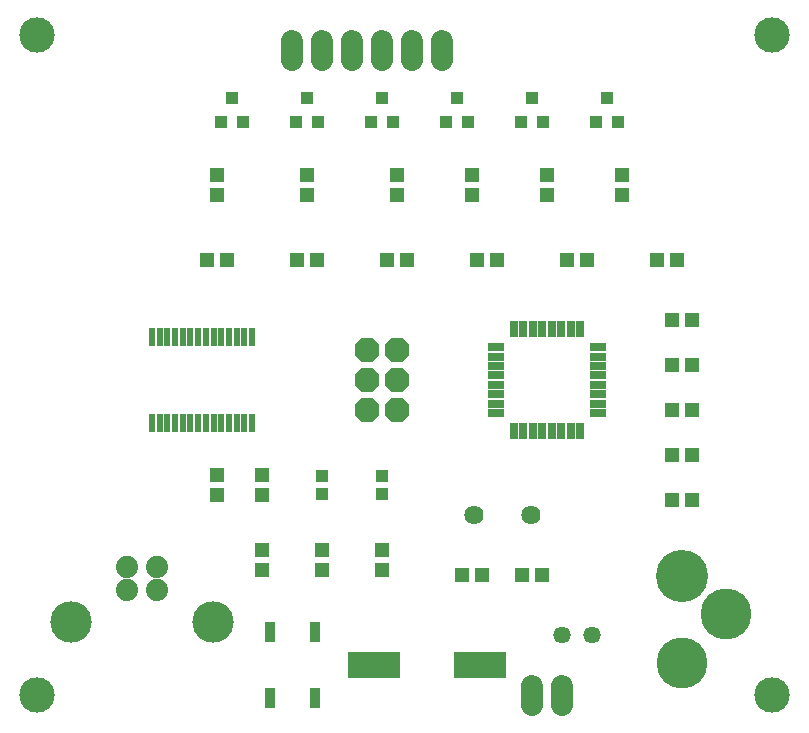
<source format=gts>
G75*
%MOIN*%
%OFA0B0*%
%FSLAX25Y25*%
%IPPOS*%
%LPD*%
%AMOC8*
5,1,8,0,0,1.08239X$1,22.5*
%
%ADD10C,0.11824*%
%ADD11R,0.05131X0.04737*%
%ADD12R,0.04737X0.05131*%
%ADD13C,0.05759*%
%ADD14OC8,0.08200*%
%ADD15C,0.17398*%
%ADD16C,0.17000*%
%ADD17C,0.07200*%
%ADD18R,0.03950X0.03950*%
%ADD19R,0.03800X0.06800*%
%ADD20R,0.03950X0.04343*%
%ADD21R,0.05800X0.03000*%
%ADD22R,0.03000X0.05800*%
%ADD23R,0.02170X0.06300*%
%ADD24C,0.07400*%
%ADD25C,0.13800*%
%ADD26C,0.06400*%
%ADD27R,0.17729X0.09068*%
D10*
X0011500Y0020000D03*
X0256500Y0020000D03*
X0256500Y0240000D03*
X0011500Y0240000D03*
D11*
X0068154Y0165000D03*
X0074846Y0165000D03*
X0098154Y0165000D03*
X0104846Y0165000D03*
X0128154Y0165000D03*
X0134846Y0165000D03*
X0158154Y0165000D03*
X0164846Y0165000D03*
X0188154Y0165000D03*
X0194846Y0165000D03*
X0218154Y0165000D03*
X0224846Y0165000D03*
X0223154Y0145000D03*
X0229846Y0145000D03*
X0229846Y0130000D03*
X0223154Y0130000D03*
X0223154Y0115000D03*
X0229846Y0115000D03*
X0229846Y0100000D03*
X0223154Y0100000D03*
X0223154Y0085000D03*
X0229846Y0085000D03*
X0179846Y0060000D03*
X0173154Y0060000D03*
X0159846Y0060000D03*
X0153154Y0060000D03*
D12*
X0126500Y0061654D03*
X0126500Y0068346D03*
X0106500Y0068346D03*
X0106500Y0061654D03*
X0086500Y0061654D03*
X0086500Y0068346D03*
X0086500Y0086654D03*
X0086500Y0093346D03*
X0071500Y0093346D03*
X0071500Y0086654D03*
X0071500Y0186654D03*
X0071500Y0193346D03*
X0101500Y0193346D03*
X0101500Y0186654D03*
X0131500Y0186654D03*
X0131500Y0193346D03*
X0156500Y0193346D03*
X0156500Y0186654D03*
X0181500Y0186654D03*
X0181500Y0193346D03*
X0206500Y0193346D03*
X0206500Y0186654D03*
D13*
X0196421Y0040000D03*
X0186579Y0040000D03*
D14*
X0131500Y0115000D03*
X0121500Y0115000D03*
X0121500Y0125000D03*
X0131500Y0125000D03*
X0131500Y0135000D03*
X0121500Y0135000D03*
D15*
X0226500Y0059637D03*
D16*
X0241309Y0047126D03*
X0226600Y0030815D03*
D17*
X0186500Y0023200D02*
X0186500Y0016800D01*
X0176500Y0016800D02*
X0176500Y0023200D01*
X0146500Y0231800D02*
X0146500Y0238200D01*
X0136500Y0238200D02*
X0136500Y0231800D01*
X0126500Y0231800D02*
X0126500Y0238200D01*
X0116500Y0238200D02*
X0116500Y0231800D01*
X0106500Y0231800D02*
X0106500Y0238200D01*
X0096500Y0238200D02*
X0096500Y0231800D01*
D18*
X0106500Y0092953D03*
X0106500Y0087047D03*
X0126500Y0087047D03*
X0126500Y0092953D03*
D19*
X0104000Y0041000D03*
X0089000Y0041000D03*
X0089000Y0019000D03*
X0104000Y0019000D03*
D20*
X0105240Y0211063D03*
X0097760Y0211063D03*
X0101500Y0218937D03*
X0080240Y0211063D03*
X0072760Y0211063D03*
X0076500Y0218937D03*
X0122760Y0211063D03*
X0130240Y0211063D03*
X0126500Y0218937D03*
X0147760Y0211063D03*
X0155240Y0211063D03*
X0151500Y0218937D03*
X0172760Y0211063D03*
X0180240Y0211063D03*
X0176500Y0218937D03*
X0197760Y0211063D03*
X0205240Y0211063D03*
X0201500Y0218937D03*
D21*
X0198400Y0136024D03*
X0198400Y0132874D03*
X0198400Y0129724D03*
X0198400Y0126575D03*
X0198400Y0123425D03*
X0198400Y0120276D03*
X0198400Y0117126D03*
X0198400Y0113976D03*
X0164600Y0113976D03*
X0164600Y0117126D03*
X0164600Y0120276D03*
X0164600Y0123425D03*
X0164600Y0126575D03*
X0164600Y0129724D03*
X0164600Y0132874D03*
X0164600Y0136024D03*
D22*
X0170476Y0141900D03*
X0173626Y0141900D03*
X0176776Y0141900D03*
X0179925Y0141900D03*
X0183075Y0141900D03*
X0186224Y0141900D03*
X0189374Y0141900D03*
X0192524Y0141900D03*
X0192524Y0108100D03*
X0189374Y0108100D03*
X0186224Y0108100D03*
X0183075Y0108100D03*
X0179925Y0108100D03*
X0176776Y0108100D03*
X0173626Y0108100D03*
X0170476Y0108100D03*
D23*
X0083134Y0110606D03*
X0080575Y0110606D03*
X0078016Y0110606D03*
X0075457Y0110606D03*
X0072898Y0110606D03*
X0070339Y0110606D03*
X0067780Y0110606D03*
X0065220Y0110606D03*
X0062661Y0110606D03*
X0060102Y0110606D03*
X0057543Y0110606D03*
X0054984Y0110606D03*
X0052425Y0110606D03*
X0049866Y0110606D03*
X0049866Y0139394D03*
X0052425Y0139394D03*
X0054984Y0139394D03*
X0057543Y0139394D03*
X0060102Y0139394D03*
X0062661Y0139394D03*
X0065220Y0139394D03*
X0067780Y0139394D03*
X0070339Y0139394D03*
X0072898Y0139394D03*
X0075457Y0139394D03*
X0078016Y0139394D03*
X0080575Y0139394D03*
X0083134Y0139394D03*
D24*
X0051421Y0062800D03*
X0051421Y0055000D03*
X0041579Y0055000D03*
X0041579Y0062800D03*
D25*
X0022800Y0044300D03*
X0070200Y0044300D03*
D26*
X0157000Y0080000D03*
X0176000Y0080000D03*
D27*
X0159020Y0030000D03*
X0123980Y0030000D03*
M02*

</source>
